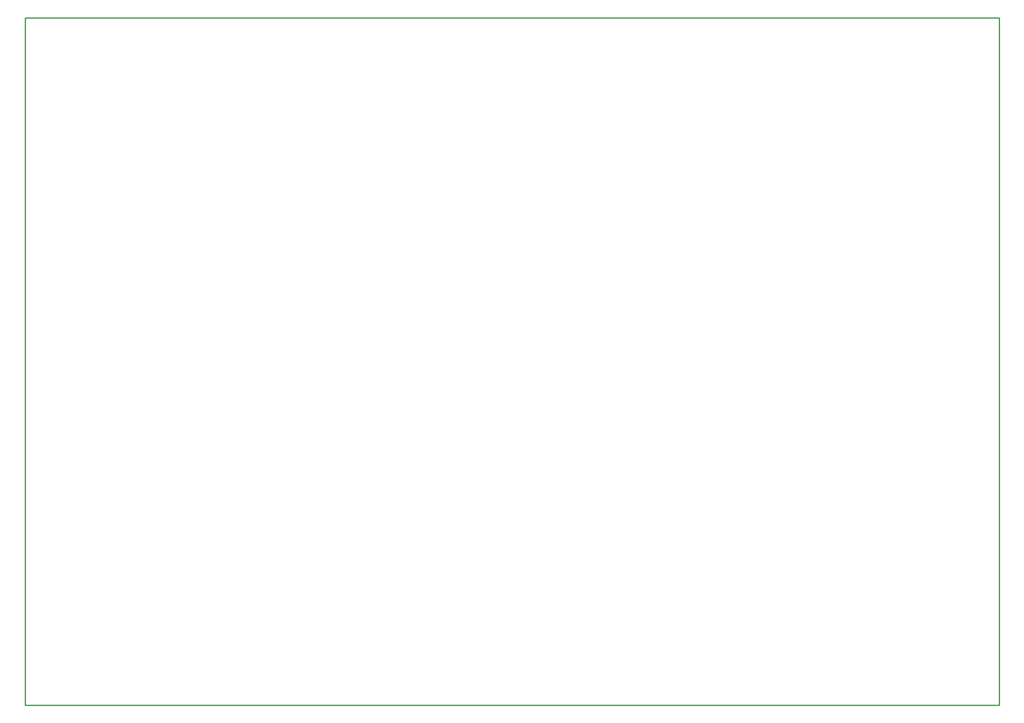
<source format=gbr>
*
%LPD*%
%LNCellMan-Edge_Cuts*%
%FSLAX25Y25*%
%MOIN*%
%AD*%
%AD*%
%ADD18C,0.01*%
G54D18*
%SRX1Y1I0.0J0.0*%
G1X0Y0D2*
G1X0Y565000D1*
G1X800000Y565000D1*
G1X800000Y0D1*
G1X0Y0D1*
M2*

</source>
